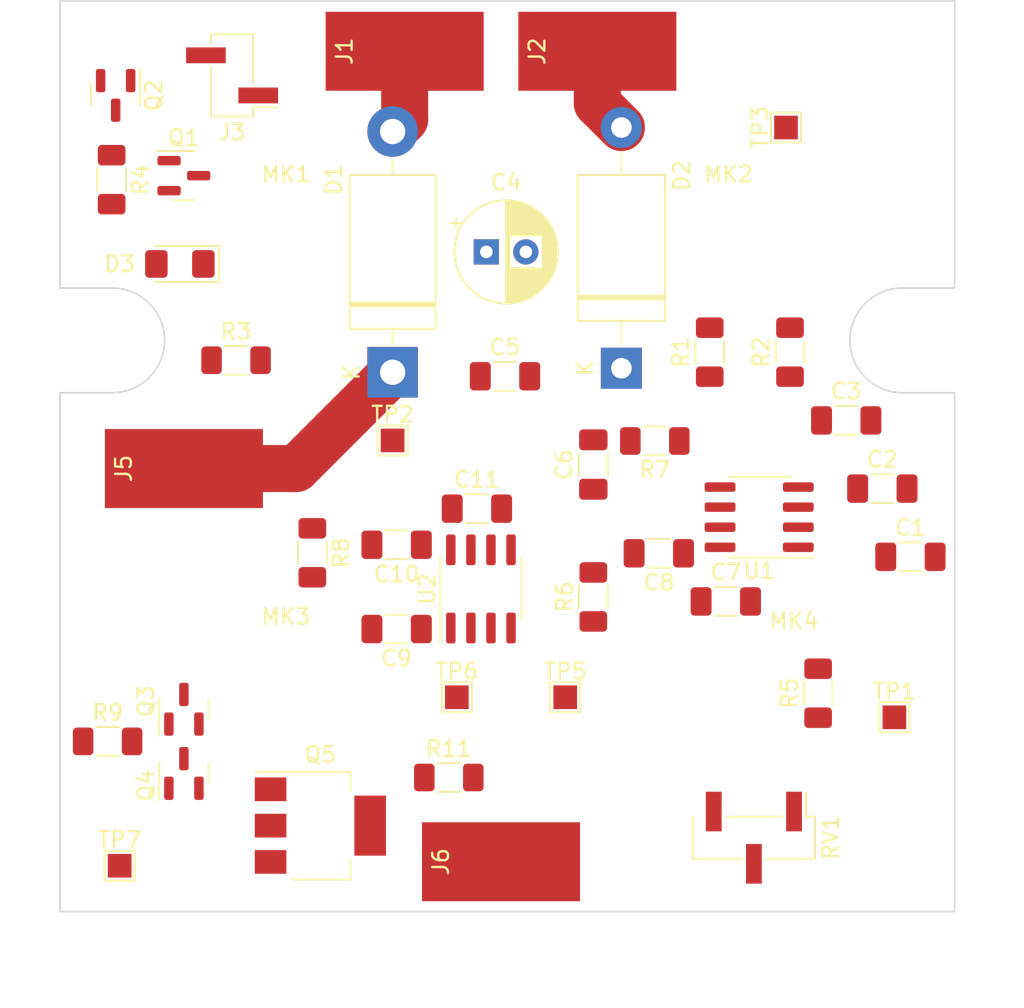
<source format=kicad_pcb>
(kicad_pcb (version 20211014) (generator pcbnew)
  (title_block (title "Enter Title On Page Setting Dialog") (rev "1") (company "Ashton Johnson"))
  (layers (0 "F.Cu" signal) (31 "B.Cu" signal) (35 "F.Paste" user) (37 "F.SilkS" user "F.Silkscreen") (39 "F.Mask" user) (44 "Edge.Cuts" user))
  (net 0 "")
  (net 1 "GND")
  (net 2 "VCC")
  (net 3 "Net-(Q3-Pad1)")
  (net 4 "Net-(R5-Pad1)")
  (net 5 "Net-(C6-Pad1)")
  (net 6 "Net-(Q1-Pad1)")
  (net 7 "Net-(Q1-Pad3)")
  (net 9 "Net-(D3-Pad1)")
  (net 10 "Net-(Q2-Pad3)")
  (net 11 "Net-(J6-Pad1)")
  (net 12 "/U_{cc}{slash}2")
  (net 13 "/U_{Triangle}")
  (net 14 "/U_{PWM}")
  (net 15 "/U_{In}")
  (net 16 "/U_{FET_driver}")
  (net 17 "/U_{ST}")
  (net 18 "/U_{Pot}")
  (footprint "MountingHole:MountingHole_3.2mm_M3_ISO7380" (layer "F.Cu") (at 87.695 96.647)
    (fp_text reference "MK1" (at 0 -3.85) (layer "F.SilkS"))
    (fp_text value "Mounting_Hole")
    (pad "" np_thru_hole circle locked (at 0 0) (size 3.2 3.2) (drill 3.2) (layers *.Cu *.Mask))
  )
  (footprint "MountingHole:MountingHole_3.2mm_M3_ISO7380" (layer "F.Cu") (at 115.695 96.647)
    (fp_text reference "MK2" (at 0 -3.85) (layer "F.SilkS"))
    (fp_text value "Mounting_Hole")
    (pad "" np_thru_hole circle locked (at 0 0) (size 3.2 3.2) (drill 3.2) (layers *.Cu *.Mask))
  )
  (footprint "MountingHole:MountingHole_3.2mm_M3_ISO7380" (layer "F.Cu") (at 87.695 124.647)
    (fp_text reference "MK3" (at 0 -3.85) (layer "F.SilkS"))
    (fp_text value "Mounting_Hole")
    (pad "" np_thru_hole circle locked (at 0 0) (size 3.2 3.2) (drill 3.2) (layers *.Cu *.Mask))
  )
  (footprint "MountingHole:MountingHole_3.2mm_M3_ISO7380" (layer "F.Cu") (at 115.695 124.647)
    (fp_text reference "MK4" (at 4.145 -3.565) (layer "F.SilkS"))
    (fp_text value "Mounting_Hole")
    (pad "" np_thru_hole circle locked (at 0 0) (size 3.2 3.2) (drill 3.2) (layers *.Cu *.Mask))
  )
  (footprint "TestPoint:TestPoint_Pad_1.5x1.5mm" (layer "F.Cu") (at 119.332 89.84 90)
    (fp_text reference "TP3" (at 0 -1.648 90) (layer "F.SilkS"))
    (fp_text value "TestPoint")
    (fp_line (start -0.95 0.95) (end -0.95 -0.95) (layer "F.SilkS") (width 0.12))
    (fp_line (start 0.95 0.95) (end -0.95 0.95) (layer "F.SilkS") (width 0.12))
    (fp_line (start -0.95 -0.95) (end 0.95 -0.95) (layer "F.SilkS") (width 0.12))
    (fp_line (start 0.95 -0.95) (end 0.95 0.95) (layer "F.SilkS") (width 0.12))
    (pad "1" smd rect (at 0 0 90) (size 1.5 1.5) (layers "F.Cu" "F.Mask") (net 1 "GND"))
  )
  (footprint "Resistor_SMD:R_1206_3216Metric_Pad1.30x1.75mm_HandSolder" (layer "F.Cu") (at 114.506 104.064 90)
    (fp_text reference "R1" (at 0 -1.82 90) (layer "F.SilkS"))
    (fp_text value "100k")
    (fp_line (start -0.727064 0.91) (end 0.727064 0.91) (layer "F.SilkS") (width 0.12))
    (fp_line (start -0.727064 -0.91) (end 0.727064 -0.91) (layer "F.SilkS") (width 0.12))
    (pad "1" smd roundrect (at -1.55 0 90) (size 1.3 1.75) (layers "F.Cu" "F.Paste" "F.Mask") (roundrect_rratio 0.192308) (net 2 "VCC"))
    (pad "2" smd roundrect (at 1.55 0 90) (size 1.3 1.75) (layers "F.Cu" "F.Paste" "F.Mask") (roundrect_rratio 0.192308) (net 12 "/U_{cc}{slash}2"))
  )
  (footprint "TestPoint:TestPoint_Pad_1.5x1.5mm" (layer "F.Cu") (at 98.504 125.908)
    (fp_text reference "TP6" (at 0 -1.648) (layer "F.SilkS"))
    (fp_text value "TestPoint")
    (fp_line (start -0.95 -0.95) (end 0.95 -0.95) (layer "F.SilkS") (width 0.12))
    (fp_line (start 0.95 0.95) (end -0.95 0.95) (layer "F.SilkS") (width 0.12))
    (fp_line (start -0.95 0.95) (end -0.95 -0.95) (layer "F.SilkS") (width 0.12))
    (fp_line (start 0.95 -0.95) (end 0.95 0.95) (layer "F.SilkS") (width 0.12))
    (pad "1" smd rect (at 0 0) (size 1.5 1.5) (layers "F.Cu" "F.Mask") (net 14 "/U_{PWM}"))
  )
  (footprint "Resistor_SMD:R_1206_3216Metric_Pad1.30x1.75mm_HandSolder" (layer "F.Cu") (at 97.996 130.988)
    (fp_text reference "R11" (at 0 -1.82) (layer "F.SilkS"))
    (fp_text value "10R")
    (fp_line (start -0.727064 -0.91) (end 0.727064 -0.91) (layer "F.SilkS") (width 0.12))
    (fp_line (start -0.727064 0.91) (end 0.727064 0.91) (layer "F.SilkS") (width 0.12))
    (pad "1" smd roundrect (at -1.55 0) (size 1.3 1.75) (layers "F.Cu" "F.Paste" "F.Mask") (roundrect_rratio 0.192308) (net 16 "/U_{FET_driver}"))
    (pad "2" smd roundrect (at 1.55 0) (size 1.3 1.75) (layers "F.Cu" "F.Paste" "F.Mask") (roundrect_rratio 0.192308) (net 1 "GND"))
  )
  (footprint "Capacitor_SMD:C_1206_3216Metric_Pad1.33x1.80mm_HandSolder" (layer "F.Cu") (at 107.14 111.176 90)
    (fp_text reference "C6" (at 0 -1.85 90) (layer "F.SilkS"))
    (fp_text value "1n")
    (fp_line (start -0.711252 -0.91) (end 0.711252 -0.91) (layer "F.SilkS") (width 0.12))
    (fp_line (start -0.711252 0.91) (end 0.711252 0.91) (layer "F.SilkS") (width 0.12))
    (pad "1" smd roundrect (at -1.5625 0 90) (size 1.325 1.8) (layers "F.Cu" "F.Paste" "F.Mask") (roundrect_rratio 0.188679) (net 5 "Net-(C6-Pad1)"))
    (pad "2" smd roundrect (at 1.5625 0 90) (size 1.325 1.8) (layers "F.Cu" "F.Paste" "F.Mask") (roundrect_rratio 0.188679) (net 13 "/U_{Triangle}"))
  )
  (footprint "TestPoint:TestPoint_Pad_1.5x1.5mm" (layer "F.Cu") (at 126.19 127.178)
    (fp_text reference "TP1" (at 0 -1.648) (layer "F.SilkS"))
    (fp_text value "TestPoint")
    (fp_line (start 0.95 -0.95) (end 0.95 0.95) (layer "F.SilkS") (width 0.12))
    (fp_line (start -0.95 -0.95) (end 0.95 -0.95) (layer "F.SilkS") (width 0.12))
    (fp_line (start 0.95 0.95) (end -0.95 0.95) (layer "F.SilkS") (width 0.12))
    (fp_line (start -0.95 0.95) (end -0.95 -0.95) (layer "F.SilkS") (width 0.12))
    (pad "1" smd rect (at 0 0) (size 1.5 1.5) (layers "F.Cu" "F.Mask") (net 4 "Net-(R5-Pad1)"))
  )
  (footprint "Package_TO_SOT_SMD:SOT-223-3_TabPin2" (layer "F.Cu") (at 89.868 134.036)
    (fp_text reference "Q5" (at 0 -4.5) (layer "F.SilkS"))
    (fp_text value "BUK7880-55A")
    (fp_line (start 1.91 3.41) (end 1.91 2.15) (layer "F.SilkS") (width 0.12))
    (fp_line (start 1.91 -3.41) (end 1.91 -2.15) (layer "F.SilkS") (width 0.12))
    (fp_line (start -1.85 3.41) (end 1.91 3.41) (layer "F.SilkS") (width 0.12))
    (fp_line (start -4.1 -3.41) (end 1.91 -3.41) (layer "F.SilkS") (width 0.12))
    (pad "1" smd rect (at -3.15 -2.3) (size 2 1.5) (layers "F.Cu" "F.Paste" "F.Mask") (net 16 "/U_{FET_driver}"))
    (pad "2" smd rect (at -3.15 0) (size 2 1.5) (layers "F.Cu" "F.Paste" "F.Mask") (net 11 "Net-(J6-Pad1)"))
    (pad "2" smd rect (at 3.15 0) (size 2 3.8) (layers "F.Cu" "F.Paste" "F.Mask") (net 11 "Net-(J6-Pad1)"))
    (pad "3" smd rect (at -3.15 2.3) (size 2 1.5) (layers "F.Cu" "F.Paste" "F.Mask") (net 1 "GND"))
  )
  (footprint "Capacitor_SMD:C_1206_3216Metric_Pad1.33x1.80mm_HandSolder" (layer "F.Cu") (at 99.774 113.97)
    (fp_text reference "C11" (at 0 -1.85) (layer "F.SilkS"))
    (fp_text value "10n")
    (fp_line (start -0.711252 0.91) (end 0.711252 0.91) (layer "F.SilkS") (width 0.12))
    (fp_line (start -0.711252 -0.91) (end 0.711252 -0.91) (layer "F.SilkS") (width 0.12))
    (pad "1" smd roundrect (at -1.5625 0) (size 1.325 1.8) (layers "F.Cu" "F.Paste" "F.Mask") (roundrect_rratio 0.188679) (net 2 "VCC"))
    (pad "2" smd roundrect (at 1.5625 0) (size 1.325 1.8) (layers "F.Cu" "F.Paste" "F.Mask") (roundrect_rratio 0.188679) (net 1 "GND"))
  )
  (footprint "Capacitor_SMD:C_1206_3216Metric_Pad1.33x1.80mm_HandSolder" (layer "F.Cu") (at 123.142 108.382)
    (fp_text reference "C3" (at 0 -1.85) (layer "F.SilkS"))
    (fp_text value "10n")
    (fp_line (start -0.711252 0.91) (end 0.711252 0.91) (layer "F.SilkS") (width 0.12))
    (fp_line (start -0.711252 -0.91) (end 0.711252 -0.91) (layer "F.SilkS") (width 0.12))
    (pad "1" smd roundrect (at -1.5625 0) (size 1.325 1.8) (layers "F.Cu" "F.Paste" "F.Mask") (roundrect_rratio 0.188679) (net 12 "/U_{cc}{slash}2"))
    (pad "2" smd roundrect (at 1.5625 0) (size 1.325 1.8) (layers "F.Cu" "F.Paste" "F.Mask") (roundrect_rratio 0.188679) (net 1 "GND"))
  )
  (footprint "Resistor_SMD:R_1206_3216Metric_Pad1.30x1.75mm_HandSolder" (layer "F.Cu") (at 119.586 104.064 90)
    (fp_text reference "R2" (at 0 -1.82 90) (layer "F.SilkS"))
    (fp_text value "100k")
    (fp_line (start -0.727064 -0.91) (end 0.727064 -0.91) (layer "F.SilkS") (width 0.12))
    (fp_line (start -0.727064 0.91) (end 0.727064 0.91) (layer "F.SilkS") (width 0.12))
    (pad "1" smd roundrect (at -1.55 0 90) (size 1.3 1.75) (layers "F.Cu" "F.Paste" "F.Mask") (roundrect_rratio 0.192308) (net 12 "/U_{cc}{slash}2"))
    (pad "2" smd roundrect (at 1.55 0 90) (size 1.3 1.75) (layers "F.Cu" "F.Paste" "F.Mask") (roundrect_rratio 0.192308) (net 1 "GND"))
  )
  (footprint "Package_TO_SOT_SMD:SOT-23" (layer "F.Cu") (at 81.232 126.67 90)
    (fp_text reference "Q3" (at 0.508 -2.4 90) (layer "F.SilkS"))
    (fp_text value "BC817")
    (fp_line (start 0 1.56) (end 0.65 1.56) (layer "F.SilkS") (width 0.12))
    (fp_line (start 0 1.56) (end -0.65 1.56) (layer "F.SilkS") (width 0.12))
    (fp_line (start 0 -1.56) (end -1.675 -1.56) (layer "F.SilkS") (width 0.12))
    (fp_line (start 0 -1.56) (end 0.65 -1.56) (layer "F.SilkS") (width 0.12))
    (pad "1" smd roundrect (at -0.9375 -0.95 90) (size 1.475 0.6) (layers "F.Cu" "F.Paste" "F.Mask") (net 3 "Net-(Q3-Pad1)"))
    (pad "2" smd roundrect (at -0.9375 0.95 90) (size 1.475 0.6) (layers "F.Cu" "F.Paste" "F.Mask") (net 16 "/U_{FET_driver}"))
    (pad "3" smd roundrect (at 0.9375 0 90) (size 1.475 0.6) (layers "F.Cu" "F.Paste" "F.Mask") (net 2 "VCC"))
  )
  (footprint "Resistor_SMD:R_1206_3216Metric_Pad1.30x1.75mm_HandSolder" (layer "F.Cu") (at 121.364 125.654 90)
    (fp_text reference "R5" (at 0 -1.82 90) (layer "F.SilkS"))
    (fp_text value "100k")
    (fp_line (start -0.727064 -0.91) (end 0.727064 -0.91) (layer "F.SilkS") (width 0.12))
    (fp_line (start -0.727064 0.91) (end 0.727064 0.91) (layer "F.SilkS") (width 0.12))
    (pad "1" smd roundrect (at -1.55 0 90) (size 1.3 1.75) (layers "F.Cu" "F.Paste" "F.Mask") (roundrect_rratio 0.192308) (net 4 "Net-(R5-Pad1)"))
    (pad "2" smd roundrect (at 1.55 0 90) (size 1.3 1.75) (layers "F.Cu" "F.Paste" "F.Mask") (roundrect_rratio 0.192308) (net 17 "/U_{ST}"))
  )
  (footprint "Resistor_SMD:R_1206_3216Metric_Pad1.30x1.75mm_HandSolder" (layer "F.Cu") (at 84.534 104.572)
    (fp_text reference "R3" (at 0 -1.82) (layer "F.SilkS"))
    (fp_text value "4k7")
    (fp_line (start -0.727064 0.91) (end 0.727064 0.91) (layer "F.SilkS") (width 0.12))
    (fp_line (start -0.727064 -0.91) (end 0.727064 -0.91) (layer "F.SilkS") (width 0.12))
    (pad "1" smd roundrect (at -1.55 0) (size 1.3 1.75) (layers "F.Cu" "F.Paste" "F.Mask") (roundrect_rratio 0.192308) (net 2 "VCC"))
    (pad "2" smd roundrect (at 1.55 0) (size 1.3 1.75) (layers "F.Cu" "F.Paste" "F.Mask") (roundrect_rratio 0.192308) (net 7 "Net-(Q1-Pad3)"))
  )
  (footprint "Connector_Wire:SolderWirePad_1x01_SMD_5x10mm" (layer "F.Cu") (at 81.232 111.43 90)
    (fp_text reference "J5" (at 0 -3.81 90) (layer "F.SilkS"))
    (fp_text value "SolderPad")
    (pad "1" smd rect (at 0 0 90) (size 5 10) (layers "F.Cu" "F.Paste" "F.Mask") (net 2 "VCC"))
  )
  (footprint "Connector_Wire:SolderWirePad_1x01_SMD_5x10mm" (layer "F.Cu") (at 107.394 85.014 90)
    (fp_text reference "J2" (at 0 -3.81 90) (layer "F.SilkS"))
    (fp_text value "SolderPad")
    (pad "1" smd rect (at 0 0 90) (size 5 10) (layers "F.Cu" "F.Paste" "F.Mask") (net 1 "GND"))
  )
  (footprint "TestPoint:TestPoint_Pad_1.5x1.5mm" (layer "F.Cu") (at 94.44 109.652)
    (fp_text reference "TP2" (at 0 -1.648) (layer "F.SilkS"))
    (fp_text value "TestPoint")
    (fp_line (start -0.95 0.95) (end -0.95 -0.95) (layer "F.SilkS") (width 0.12))
    (fp_line (start 0.95 -0.95) (end 0.95 0.95) (layer "F.SilkS") (width 0.12))
    (fp_line (start -0.95 -0.95) (end 0.95 -0.95) (layer "F.SilkS") (width 0.12))
    (fp_line (start 0.95 0.95) (end -0.95 0.95) (layer "F.SilkS") (width 0.12))
    (pad "1" smd rect (at 0 0) (size 1.5 1.5) (layers "F.Cu" "F.Mask") (net 2 "VCC"))
  )
  (footprint "Connector_Wire:SolderWirePad_1x01_SMD_5x10mm" (layer "F.Cu") (at 95.202 85.014 90)
    (fp_text reference "J1" (at 0 -3.81 90) (layer "F.SilkS"))
    (fp_text value "SolderPad")
    (pad "1" smd rect (at 0 0 90) (size 5 10) (layers "F.Cu" "F.Paste" "F.Mask") (net 15 "/U_{In}"))
  )
  (footprint "Capacitor_SMD:C_1206_3216Metric_Pad1.33x1.80mm_HandSolder" (layer "F.Cu") (at 94.694 116.256 180)
    (fp_text reference "C10" (at 0 -1.85) (layer "F.SilkS"))
    (fp_text value "1u")
    (fp_line (start -0.711252 -0.91) (end 0.711252 -0.91) (layer "F.SilkS") (width 0.12))
    (fp_line (start -0.711252 0.91) (end 0.711252 0.91) (layer "F.SilkS") (width 0.12))
    (pad "1" smd roundrect (at -1.5625 0 180) (size 1.325 1.8) (layers "F.Cu" "F.Paste" "F.Mask") (roundrect_rratio 0.188679) (net 2 "VCC"))
    (pad "2" smd roundrect (at 1.5625 0 180) (size 1.325 1.8) (layers "F.Cu" "F.Paste" "F.Mask") (roundrect_rratio 0.188679) (net 1 "GND"))
  )
  (footprint "Capacitor_SMD:C_1206_3216Metric_Pad1.33x1.80mm_HandSolder" (layer "F.Cu") (at 125.428 112.7)
    (fp_text reference "C2" (at 0 -1.85) (layer "F.SilkS"))
    (fp_text value "1u")
    (fp_line (start -0.711252 0.91) (end 0.711252 0.91) (layer "F.SilkS") (width 0.12))
    (fp_line (start -0.711252 -0.91) (end 0.711252 -0.91) (layer "F.SilkS") (width 0.12))
    (pad "1" smd roundrect (at -1.5625 0) (size 1.325 1.8) (layers "F.Cu" "F.Paste" "F.Mask") (roundrect_rratio 0.188679) (net 12 "/U_{cc}{slash}2"))
    (pad "2" smd roundrect (at 1.5625 0) (size 1.325 1.8) (layers "F.Cu" "F.Paste" "F.Mask") (roundrect_rratio 0.188679) (net 1 "GND"))
  )
  (footprint "Capacitor_SMD:C_1206_3216Metric_Pad1.33x1.80mm_HandSolder" (layer "F.Cu") (at 127.206 117.018)
    (fp_text reference "C1" (at 0 -1.85) (layer "F.SilkS"))
    (fp_text value "10u")
    (fp_line (start -0.711252 -0.91) (end 0.711252 -0.91) (layer "F.SilkS") (width 0.12))
    (fp_line (start -0.711252 0.91) (end 0.711252 0.91) (layer "F.SilkS") (width 0.12))
    (pad "1" smd roundrect (at -1.5625 0) (size 1.325 1.8) (layers "F.Cu" "F.Paste" "F.Mask") (roundrect_rratio 0.188679) (net 12 "/U_{cc}{slash}2"))
    (pad "2" smd roundrect (at 1.5625 0) (size 1.325 1.8) (layers "F.Cu" "F.Paste" "F.Mask") (roundrect_rratio 0.188679) (net 1 "GND"))
  )
  (footprint "Capacitor_SMD:C_1206_3216Metric_Pad1.33x1.80mm_HandSolder" (layer "F.Cu") (at 111.285 116.795 180)
    (fp_text reference "C8" (at 0 -1.85) (layer "F.SilkS"))
    (fp_text value "10n")
    (fp_line (start -0.711252 0.91) (end 0.711252 0.91) (layer "F.SilkS") (width 0.12))
    (fp_line (start -0.711252 -0.91) (end 0.711252 -0.91) (layer "F.SilkS") (width 0.12))
    (pad "1" smd roundrect (at -1.5625 0 180) (size 1.325 1.8) (layers "F.Cu" "F.Paste" "F.Mask") (roundrect_rratio 0.188679) (net 2 "VCC"))
    (pad "2" smd roundrect (at 1.5625 0 180) (size 1.325 1.8) (layers "F.Cu" "F.Paste" "F.Mask") (roundrect_rratio 0.188679) (net 1 "GND"))
  )
  (footprint "Resistor_SMD:R_1206_3216Metric_Pad1.30x1.75mm_HandSolder" (layer "F.Cu") (at 111.031 109.683 180)
    (fp_text reference "R7" (at 0 -1.82) (layer "F.SilkS"))
    (fp_text value "68k")
    (fp_line (start -0.727064 -0.91) (end 0.727064 -0.91) (layer "F.SilkS") (width 0.12))
    (fp_line (start -0.727064 0.91) (end 0.727064 0.91) (layer "F.SilkS") (width 0.12))
    (pad "1" smd roundrect (at -1.55 0 180) (size 1.3 1.75) (layers "F.Cu" "F.Paste" "F.Mask") (roundrect_rratio 0.192308) (net 4 "Net-(R5-Pad1)"))
    (pad "2" smd roundrect (at 1.55 0 180) (size 1.3 1.75) (layers "F.Cu" "F.Paste" "F.Mask") (roundrect_rratio 0.192308) (net 13 "/U_{Triangle}"))
  )
  (footprint "Connector_PinHeader_2.54mm:PinHeader_1x02_P2.54mm_Vertical_SMD_Pin1Left" (layer "F.Cu") (at 84.28 86.538 180)
    (fp_text reference "J3" (at 0 -3.6) (layer "F.SilkS"))
    (fp_text value "Conn_01x02_Male")
    (fp_line (start -1.33 -2.6) (end 1.33 -2.6) (layer "F.SilkS") (width 0.12))
    (fp_line (start -1.33 -2.03) (end -2.85 -2.03) (layer "F.SilkS") (width 0.12))
    (fp_line (start -1.33 -2.6) (end -1.33 -2.03) (layer "F.SilkS") (width 0.12))
    (fp_line (start -1.33 2.6) (end 1.33 2.6) (layer "F.SilkS") (width 0.12))
    (fp_line (start 1.33 2.03) (end 1.33 2.6) (layer "F.SilkS") (width 0.12))
    (fp_line (start -1.33 -0.51) (end -1.33 2.6) (layer "F.SilkS") (width 0.12))
    (fp_line (start 1.33 -2.6) (end 1.33 0.51) (layer "F.SilkS") (width 0.12))
    (pad "1" smd rect (at -1.655 -1.27 180) (size 2.51 1) (layers "F.Cu" "F.Paste" "F.Mask") (net 9 "Net-(D3-Pad1)"))
    (pad "2" smd rect (at 1.655 1.27 180) (size 2.51 1) (layers "F.Cu" "F.Paste" "F.Mask") (net 10 "Net-(Q2-Pad3)"))
  )
  (footprint "Package_SO:SOIC-8_3.9x4.9mm_P1.27mm" (layer "F.Cu") (at 100.028 119.05 90)
    (fp_text reference "U2" (at 0 -3.4 90) (layer "F.SilkS"))
    (fp_text value "LM393")
    (fp_line (start 0 -2.56) (end -3.45 -2.56) (layer "F.SilkS") (width 0.12))
    (fp_line (start 0 -2.56) (end 1.95 -2.56) (layer "F.SilkS") (width 0.12))
    (fp_line (start 0 2.56) (end -1.95 2.56) (layer "F.SilkS") (width 0.12))
    (fp_line (start 0 2.56) (end 1.95 2.56) (layer "F.SilkS") (width 0.12))
    (pad "1" smd roundrect (at -2.475 -1.905 90) (size 1.95 0.6) (layers "F.Cu" "F.Paste" "F.Mask") (net 14 "/U_{PWM}"))
    (pad "2" smd roundrect (at -2.475 -0.635 90) (size 1.95 0.6) (layers "F.Cu" "F.Paste" "F.Mask") (net 18 "/U_{Pot}"))
    (pad "3" smd roundrect (at -2.475 0.635 90) (size 1.95 0.6) (layers "F.Cu" "F.Paste" "F.Mask") (net 13 "/U_{Triangle}"))
    (pad "4" smd roundrect (at -2.475 1.905 90) (size 1.95 0.6) (layers "F.Cu" "F.Paste" "F.Mask") (net 1 "GND"))
    (pad "5" smd roundrect (at 2.475 1.905 90) (size 1.95 0.6) (layers "F.Cu" "F.Paste" "F.Mask") (net 1 "GND"))
    (pad "6" smd roundrect (at 2.475 0.635 90) (size 1.95 0.6) (layers "F.Cu" "F.Paste" "F.Mask") (net 1 "GND"))
    (pad "7" smd roundrect (at 2.475 -0.635 90) (size 1.95 0.6) (layers "F.Cu" "F.Paste" "F.Mask"))
    (pad "8" smd roundrect (at 2.475 -1.905 90) (size 1.95 0.6) (layers "F.Cu" "F.Paste" "F.Mask") (net 2 "VCC"))
  )
  (footprint "Connector_PinHeader_2.54mm:PinHeader_1x03_P2.54mm_Vertical_SMD_Pin1Left" (layer "F.Cu") (at 117.3 134.798 -90)
    (fp_text reference "RV1" (at 0 -4.87 90) (layer "F.SilkS"))
    (fp_text value "100k")
    (fp_line (start 1.33 0.76) (end 1.33 3.87) (layer "F.SilkS") (width 0.12))
    (fp_line (start -1.33 -3.3) (end -2.85 -3.3) (layer "F.SilkS") (width 0.12))
    (fp_line (start -1.33 -3.87) (end -1.33 -3.3) (layer "F.SilkS") (width 0.12))
    (fp_line (start -1.33 3.87) (end 1.33 3.87) (layer "F.SilkS") (width 0.12))
    (fp_line (start 1.33 -3.87) (end 1.33 -0.76) (layer "F.SilkS") (width 0.12))
    (fp_line (start 1.33 3.3) (end 1.33 3.87) (layer "F.SilkS") (width 0.12))
    (fp_line (start -1.33 -1.78) (end -1.33 1.78) (layer "F.SilkS") (width 0.12))
    (fp_line (start -1.33 -3.87) (end 1.33 -3.87) (layer "F.SilkS") (width 0.12))
    (pad "1" smd rect (at -1.655 -2.54 270) (size 2.51 1) (layers "F.Cu" "F.Paste" "F.Mask") (net 2 "VCC"))
    (pad "2" smd rect (at 1.655 0 270) (size 2.51 1) (layers "F.Cu" "F.Paste" "F.Mask") (net 18 "/U_{Pot}"))
    (pad "3" smd rect (at -1.655 2.54 270) (size 2.51 1) (layers "F.Cu" "F.Paste" "F.Mask") (net 1 "GND"))
  )
  (footprint "Capacitor_THT:CP_Radial_D6.3mm_P2.50mm" (layer "F.Cu") (at 100.369621 97.714)
    (fp_text reference "C4" (at 1.25 -4.4) (layer "F.SilkS"))
    (fp_text value "150u")
    (fp_line (start 2.171 -3.098) (end 2.171 -1.04) (layer "F.SilkS") (width 0.12))
    (fp_line (start 3.971 -1.776) (end 3.971 1.776) (layer "F.SilkS") (width 0.12))
    (fp_line (start 1.89 1.04) (end 1.89 3.167) (layer "F.SilkS") (width 0.12))
    (fp_line (start 2.491 1.04) (end 2.491 2.986) (layer "F.SilkS") (width 0.12))
    (fp_line (start 1.93 1.04) (end 1.93 3.159) (layer "F.SilkS") (width 0.12))
    (fp_line (start 3.491 1.04) (end 3.491 2.343) (layer "F.SilkS") (width 0.12))
    (fp_line (start 2.771 1.04) (end 2.771 2.856) (layer "F.SilkS") (width 0.12))
    (fp_line (start 2.251 -3.074) (end 2.251 -1.04) (layer "F.SilkS") (width 0.12))
    (fp_line (start 2.931 -2.766) (end 2.931 -1.04) (layer "F.SilkS") (width 0.12))
    (fp_line (start 3.811 -1.995) (end 3.811 1.995) (layer "F.SilkS") (width 0.12))
    (fp_line (start 4.091 -1.581) (end 4.091 1.581) (layer "F.SilkS") (width 0.12))
    (fp_line (start 2.131 1.04) (end 2.131 3.11) (layer "F.SilkS") (width 0.12))
    (fp_line (start 2.371 1.04) (end 2.371 3.033) (layer "F.SilkS") (width 0.12))
    (fp_line (start 3.051 -2.69) (end 3.051 -1.04) (layer "F.SilkS") (width 0.12))
    (fp_line (start 1.81 -3.182) (end 1.81 -1.04) (layer "F.SilkS") (width 0.12))
    (fp_line (start 1.25 -3.23) (end 1.25 3.23) (layer "F.SilkS") (width 0.12))
    (fp_line (start 1.45 -3.224) (end 1.45 3.224) (layer "F.SilkS") (width 0.12))
    (fp_line (start 3.011 -2.716) (end 3.011 -1.04) (layer "F.SilkS") (width 0.12))
    (fp_line (start 4.131 -1.509) (end 4.131 1.509) (layer "F.SilkS") (width 0.12))
    (fp_line (start 3.411 1.04) (end 3.411 2.416) (layer "F.SilkS") (width 0.12))
    (fp_line (start 2.091 -3.121) (end 2.091 -1.04) (layer "F.SilkS") (width 0.12))
    (fp_line (start 2.731 -2.876) (end 2.731 -1.04) (layer "F.SilkS") (width 0.12))
    (fp_line (start 2.211 -3.086) (end 2.211 -1.04) (layer "F.SilkS") (width 0.12))
    (fp_line (start 2.811 -2.834) (end 2.811 -1.04) (layer "F.SilkS") (width 0.12))
    (fp_line (start 3.651 -2.182) (end 3.651 2.182) (layer "F.SilkS") (width 0.12))
    (fp_line (start 2.611 -2.934) (end 2.611 -1.04) (layer "F.SilkS") (width 0.12))
    (fp_line (start 2.691 1.04) (end 2.691 2.896) (layer "F.SilkS") (width 0.12))
    (fp_line (start 3.691 -2.137) (end 3.691 2.137) (layer "F.SilkS") (width 0.12))
    (fp_line (start 2.251 1.04) (end 2.251 3.074) (layer "F.SilkS") (width 0.12))
    (fp_line (start 2.371 -3.033) (end 2.371 -1.04) (layer "F.SilkS") (width 0.12))
    (fp_line (start 3.531 1.04) (end 3.531 2.305) (layer "F.SilkS") (width 0.12))
    (fp_line (start 2.051 1.04) (end 2.051 3.131) (layer "F.SilkS") (width 0.12))
    (fp_line (start 1.29 -3.23) (end 1.29 3.23) (layer "F.SilkS") (width 0.12))
    (fp_line (start 4.011 -1.714) (end 4.011 1.714) (layer "F.SilkS") (width 0.12))
    (fp_line (start 3.451 1.04) (end 3.451 2.38) (layer "F.SilkS") (width 0.12))
    (fp_line (start 1.57 1.04) (end 1.57 3.215) (layer "F.SilkS") (width 0.12))
    (fp_line (start 1.65 1.04) (end 1.65 3.206) (layer "F.SilkS") (width 0.12))
    (fp_line (start 2.451 -3.002) (end 2.451 -1.04) (layer "F.SilkS") (width 0.12))
    (fp_line (start 3.331 1.04) (end 3.331 2.484) (layer "F.SilkS") (width 0.12))
    (fp_line (start 3.371 -2.45) (end 3.371 -1.04) (layer "F.SilkS") (width 0.12))
    (fp_line (start 1.49 -3.222) (end 1.49 -1.04) (layer "F.SilkS") (width 0.12))
    (fp_line (start 1.77 1.04) (end 1.77 3.189) (layer "F.SilkS") (width 0.12))
    (fp_line (start 2.291 1.04) (end 2.291 3.061) (layer "F.SilkS") (width 0.12))
    (fp_line (start 3.291 1.04) (end 3.291 2.516) (layer "F.SilkS") (width 0.12))
    (fp_line (start 2.451 1.04) (end 2.451 3.002) (layer "F.SilkS") (width 0.12))
    (fp_line (start 2.611 1.04) (end 2.611 2.934) (layer "F.SilkS") (width 0.12))
    (fp_line (start 2.051 -3.131) (end 2.051 -1.04) (layer "F.SilkS") (width 0.12))
    (fp_line (start 1.49 1.04) (end 1.49 3.222) (layer "F.SilkS") (width 0.12))
    (fp_line (start 3.891 -1.89) (end 3.891 1.89) (layer "F.SilkS") (width 0.12))
    (fp_line (start 1.69 1.04) (end 1.69 3.201) (layer "F.SilkS") (width 0.12))
    (fp_line (start 3.451 -2.38) (end 3.451 -1.04) (layer "F.SilkS") (width 0.12))
    (fp_line (start 2.971 -2.742) (end 2.971 -1.04) (layer "F.SilkS") (width 0.12))
    (fp_line (start 3.371 1.04) (end 3.371 2.45) (layer "F.SilkS") (width 0.12))
    (fp_line (start 3.731 -2.092) (end 3.731 2.092) (layer "F.SilkS") (width 0.12))
    (fp_line (start 1.85 1.04) (end 1.85 3.175) (layer "F.SilkS") (width 0.12))
    (fp_line (start 3.091 1.04) (end 3.091 2.664) (layer "F.SilkS") (width 0.12))
    (fp_line (start 2.331 1.04) (end 2.331 3.047) (layer "F.SilkS") (width 0.12))
    (fp_line (start 2.491 -2.986) (end 2.491 -1.04) (layer "F.SilkS") (width 0.12))
    (fp_line (start 4.451 -0.633) (end 4.451 0.633) (layer "F.SilkS") (width 0.12))
    (fp_line (start 2.411 -3.018) (end 2.411 -1.04) (layer "F.SilkS") (width 0.12))
    (fp_line (start 1.61 -3.211) (end 1.61 -1.04) (layer "F.SilkS") (width 0.12))
    (fp_line (start 4.251 -1.262) (end 4.251 1.262) (layer "F.SilkS") (width 0.12))
    (fp_line (start 3.411 -2.416) (end 3.411 -1.04) (layer "F.SilkS") (width 0.12))
    (fp_line (start 2.091 1.04) (end 2.091 3.121) (layer "F.SilkS") (width 0.12))
    (fp_line (start 2.131 -3.11) (end 2.131 -1.04) (layer "F.SilkS") (width 0.12))
    (fp_line (start 3.531 -2.305) (end 3.531 -1.04) (layer "F.SilkS") (width 0.12))
    (fp_line (start 3.851 -1.944) (end 3.851 1.944) (layer "F.SilkS") (width 0.12))
    (fp_line (start 4.371 -0.94) (end 4.371 0.94) (layer "F.SilkS") (width 0.12))
    (fp_line (start 3.251 1.04) (end 3.251 2.548) (layer "F.SilkS") (width 0.12))
    (fp_line (start 1.89 -3.167) (end 1.89 -1.04) (layer "F.SilkS") (width 0.12))
    (fp_line (start 4.051 -1.65) (end 4.051 1.65) (layer "F.SilkS") (width 0.12))
    (fp_line (start 2.011 -3.141) (end 2.011 -1.04) (layer "F.SilkS") (width 0.12))
    (fp_line (start 2.771 -2.856) (end 2.771 -1.04) (layer "F.SilkS") (width 0.12))
    (fp_line (start 1.69 -3.201) (end 1.69 -1.04) (layer "F.SilkS") (width 0.12))
    (fp_line (start 3.131 1.04) (end 3.131 2.636) (layer "F.SilkS") (width 0.12))
    (fp_line (start 3.091 -2.664) (end 3.091 -1.04) (layer "F.SilkS") (width 0.12))
    (fp_line (start 1.53 -3.218) (end 1.53 -1.04) (layer "F.SilkS") (width 0.12))
    (fp_line (start 2.171 1.04) (end 2.171 3.098) (layer "F.SilkS") (width 0.12))
    (fp_line (start 3.131 -2.636) (end 3.131 -1.04) (layer "F.SilkS") (width 0.12))
    (fp_line (start 1.81 1.04) (end 1.81 3.182) (layer "F.SilkS") (width 0.12))
    (fp_line (start 2.531 1.04) (end 2.531 2.97) (layer "F.SilkS") (width 0.12))
    (fp_line (start 4.411 -0.802) (end 4.411 0.802) (layer "F.SilkS") (width 0.12))
    (fp_line (start 2.891 1.04) (end 2.891 2.79) (layer "F.SilkS") (width 0.12))
    (fp_line (start 1.53 1.04) (end 1.53 3.218) (layer "F.SilkS") (width 0.12))
    (fp_line (start 2.891 -2.79) (end 2.891 -1.04) (layer "F.SilkS") (width 0.12))
    (fp_line (start 2.651 1.04) (end 2.651 2.916) (layer "F.SilkS") (width 0.12))
    (fp_line (start 2.971 1.04) (end 2.971 2.742) (layer "F.SilkS") (width 0.12))
    (fp_line (start 2.211 1.04) (end 2.211 3.086) (layer "F.SilkS") (width 0.12))
    (fp_line (start 3.211 1.04) (end 3.211 2.578) (layer "F.SilkS") (width 0.12))
    (fp_line (start 1.93 -3.159) (end 1.93 -1.04) (layer "F.SilkS") (width 0.12))
    (fp_line (start 4.491 -0.402) (end 4.491 0.402) (layer "F.SilkS") (width 0.12))
    (fp_line (start 1.73 -3.195) (end 1.73 -1.04) (layer "F.SilkS") (width 0.12))
    (fp_line (start 3.491 -2.343) (end 3.491 -1.04) (layer "F.SilkS") (width 0.12))
    (fp_line (start 3.211 -2.578) (end 3.211 -1.04) (layer "F.SilkS") (width 0.12))
    (fp_line (start 2.731 1.04) (end 2.731 2.876) (layer "F.SilkS") (width 0.12))
    (fp_line (start 2.011 1.04) (end 2.011 3.141) (layer "F.SilkS") (width 0.12))
    (fp_line (start 1.971 1.04) (end 1.971 3.15) (layer "F.SilkS") (width 0.12))
    (fp_line (start 2.931 1.04) (end 2.931 2.766) (layer "F.SilkS") (width 0.12))
    (fp_line (start 2.411 1.04) (end 2.411 3.018) (layer "F.SilkS") (width 0.12))
    (fp_line (start -2.250241 -1.839) (end -1.620241 -1.839) (layer "F.SilkS") (width 0.12))
    (fp_line (start 1.65 -3.206) (end 1.65 -1.04) (layer "F.SilkS") (width 0.12))
    (fp_line (start 1.57 -3.215) (end 1.57 -1.04) (layer "F.SilkS") (width 0.12))
    (fp_line (start 1.37 -3.228) (end 1.37 3.228) (layer "F.SilkS") (width 0.12))
    (fp_line (start 3.611 -2.224) (end 3.611 2.224) (layer "F.SilkS") (width 0.12))
    (fp_line (start 1.41 -3.227) (end 1.41 3.227) (layer "F.SilkS") (width 0.12))
    (fp_line (start 3.251 -2.548) (end 3.251 -1.04) (layer "F.SilkS") (width 0.12))
    (fp_line (start 1.33 -3.23) (end 1.33 3.23) (layer "F.SilkS") (width 0.12))
    (fp_line (start 3.171 -2.607) (end 3.171 -1.04) (layer "F.SilkS") (width 0.12))
    (fp_line (start 3.011 1.04) (end 3.011 2.716) (layer "F.SilkS") (width 0.12))
    (fp_line (start 3.331 -2.484) (end 3.331 -1.04) (layer "F.SilkS") (width 0.12))
    (fp_line (start 3.051 1.04) (end 3.051 2.69) (layer "F.SilkS") (width 0.12))
    (fp_line (start 3.291 -2.516) (end 3.291 -1.04) (layer "F.SilkS") (width 0.12))
    (fp_line (start 2.291 -3.061) (end 2.291 -1.04) (layer "F.SilkS") (width 0.12))
    (fp_line (start 4.211 -1.35) (end 4.211 1.35) (layer "F.SilkS") (width 0.12))
    (fp_line (start 2.851 -2.812) (end 2.851 -1.04) (layer "F.SilkS") (width 0.12))
    (fp_line (start 1.971 -3.15) (end 1.971 -1.04) (layer "F.SilkS") (width 0.12))
    (fp_line (start 1.77 -3.189) (end 1.77 -1.04) (layer "F.SilkS") (width 0.12))
    (fp_line (start 2.851 1.04) (end 2.851 2.812) (layer "F.SilkS") (width 0.12))
    (fp_line (start -1.935241 -2.154) (end -1.935241 -1.524) (layer "F.SilkS") (width 0.12))
    (fp_line (start 1.61 1.04) (end 1.61 3.211) (layer "F.SilkS") (width 0.12))
    (fp_line (start 1.85 -3.175) (end 1.85 -1.04) (layer "F.SilkS") (width 0.12))
    (fp_line (start 2.691 -2.896) (end 2.691 -1.04) (layer "F.SilkS") (width 0.12))
    (fp_line (start 2.571 1.04) (end 2.571 2.952) (layer "F.SilkS") (width 0.12))
    (fp_line (start 2.531 -2.97) (end 2.531 -1.04) (layer "F.SilkS") (width 0.12))
    (fp_line (start 1.73 1.04) (end 1.73 3.195) (layer "F.SilkS") (width 0.12))
    (fp_line (start 4.331 -1.059) (end 4.331 1.059) (layer "F.SilkS") (width 0.12))
    (fp_line (start 3.771 -2.044) (end 3.771 2.044) (layer "F.SilkS") (width 0.12))
    (fp_line (start 2.571 -2.952) (end 2.571 -1.04) (layer "F.SilkS") (width 0.12))
    (fp_line (start 3.931 -1.834) (end 3.931 1.834) (layer "F.SilkS") (width 0.12))
    (fp_line (start 4.171 -1.432) (end 4.171 1.432) (layer "F.SilkS") (width 0.12))
    (fp_line (start 2.331 -3.047) (end 2.331 -1.04) (layer "F.SilkS") (width 0.12))
    (fp_line (start 4.291 -1.165) (end 4.291 1.165) (layer "F.SilkS") (width 0.12))
    (fp_line (start 2.651 -2.916) (end 2.651 -1.04) (layer "F.SilkS") (width 0.12))
    (fp_line (start 2.811 1.04) (end 2.811 2.834) (layer "F.SilkS") (width 0.12))
    (fp_line (start 3.571 -2.265) (end 3.571 2.265) (layer "F.SilkS") (width 0.12))
    (fp_line (start 3.171 1.04) (end 3.171 2.607) (layer "F.SilkS") (width 0.12))
    (fp_circle (center 1.25 0) (end 4.52 0) (layer "F.SilkS") (width 0.12) (fill none))
    (pad "1" thru_hole rect (at 0 0) (size 1.6 1.6) (drill 0.8) (layers *.Cu *.Mask) (net 2 "VCC"))
    (pad "2" thru_hole circle (at 2.5 0) (size 1.6 1.6) (drill 0.8) (layers *.Cu *.Mask) (net 1 "GND"))
  )
  (footprint "Package_TO_SOT_SMD:SOT-23" (layer "F.Cu") (at 81.232 130.734 90)
    (fp_text reference "Q4" (at -0.762 -2.4 90) (layer "F.SilkS"))
    (fp_text value "BC807")
    (fp_line (start 0 -1.56) (end -1.675 -1.56) (layer "F.SilkS") (width 0.12))
    (fp_line (start 0 -1.56) (end 0.65 -1.56) (layer "F.SilkS") (width 0.12))
    (fp_line (start 0 1.56) (end 0.65 1.56) (layer "F.SilkS") (width 0.12))
    (fp_line (start 0 1.56) (end -0.65 1.56) (layer "F.SilkS") (width 0.12))
    (pad "1" smd roundrect (at -0.9375 -0.95 90) (size 1.475 0.6) (layers "F.Cu" "F.Paste" "F.Mask") (net 3 "Net-(Q3-Pad1)"))
    (pad "2" smd roundrect (at -0.9375 0.95 90) (size 1.475 0.6) (layers "F.Cu" "F.Paste" "F.Mask") (net 16 "/U_{FET_driver}"))
    (pad "3" smd roundrect (at 0.9375 0 90) (size 1.475 0.6) (layers "F.Cu" "F.Paste" "F.Mask") (net 1 "GND"))
  )
  (footprint "Resistor_SMD:R_1206_3216Metric_Pad1.30x1.75mm_HandSolder" (layer "F.Cu") (at 89.36 116.764 -90)
    (fp_text reference "R8" (at 0 -1.82 90) (layer "F.SilkS"))
    (fp_text value "10k")
    (fp_line (start -0.727064 0.91) (end 0.727064 0.91) (layer "F.SilkS") (width 0.12))
    (fp_line (start -0.727064 -0.91) (end 0.727064 -0.91) (layer "F.SilkS") (width 0.12))
    (pad "1" smd roundrect (at -1.55 0 270) (size 1.3 1.75) (layers "F.Cu" "F.Paste" "F.Mask") (roundrect_rratio 0.192308) (net 2 "VCC"))
    (pad "2" smd roundrect (at 1.55 0 270) (size 1.3 1.75) (layers "F.Cu" "F.Paste" "F.Mask") (roundrect_rratio 0.192308) (net 14 "/U_{PWM}"))
  )
  (footprint "Package_TO_SOT_SMD:SOT-23" (layer "F.Cu") (at 81.232 92.888)
    (fp_text reference "Q1" (at 0 -2.4) (layer "F.SilkS"))
    (fp_text value "BC847")
    (fp_line (start 0 1.56) (end 0.65 1.56) (layer "F.SilkS") (width 0.12))
    (fp_line (start 0 -1.56) (end 0.65 -1.56) (layer "F.SilkS") (width 0.12))
    (fp_line (start 0 -1.56) (end -1.675 -1.56) (layer "F.SilkS") (width 0.12))
    (fp_line (start 0 1.56) (end -0.65 1.56) (layer "F.SilkS") (width 0.12))
    (pad "1" smd roundrect (at -0.9375 -0.95) (size 1.475 0.6) (layers "F.Cu" "F.Paste" "F.Mask") (net 6 "Net-(Q1-Pad1)"))
    (pad "2" smd roundrect (at -0.9375 0.95) (size 1.475 0.6) (layers "F.Cu" "F.Paste" "F.Mask") (net 1 "GND"))
    (pad "3" smd roundrect (at 0.9375 0) (size 1.475 0.6) (layers "F.Cu" "F.Paste" "F.Mask") (net 7 "Net-(Q1-Pad3)"))
  )
  (footprint "TestPoint:TestPoint_Pad_1.5x1.5mm" (layer "F.Cu") (at 77.168 136.576)
    (fp_text reference "TP7" (at 0 -1.648) (layer "F.SilkS"))
    (fp_text value "TestPoint")
    (fp_line (start 0.95 -0.95) (end 0.95 0.95) (layer "F.SilkS") (width 0.12))
    (fp_line (start -0.95 -0.95) (end 0.95 -0.95) (layer "F.SilkS") (width 0.12))
    (fp_line (start -0.95 0.95) (end -0.95 -0.95) (layer "F.SilkS") (width 0.12))
    (fp_line (start 0.95 0.95) (end -0.95 0.95) (layer "F.SilkS") (width 0.12))
    (pad "1" smd rect (at 0 0) (size 1.5 1.5) (layers "F.Cu" "F.Mask") (net 16 "/U_{FET_driver}"))
  )
  (footprint "TestPoint:TestPoint_Pad_1.5x1.5mm" (layer "F.Cu") (at 105.362 125.908)
    (fp_text reference "TP5" (at 0 -1.648) (layer "F.SilkS"))
    (fp_text value "TestPoint")
    (fp_line (start -0.95 -0.95) (end 0.95 -0.95) (layer "F.SilkS") (width 0.12))
    (fp_line (start 0.95 -0.95) (end 0.95 0.95) (layer "F.SilkS") (width 0.12))
    (fp_line (start 0.95 0.95) (end -0.95 0.95) (layer "F.SilkS") (width 0.12))
    (fp_line (start -0.95 0.95) (end -0.95 -0.95) (layer "F.SilkS") (width 0.12))
    (pad "1" smd rect (at 0 0) (size 1.5 1.5) (layers "F.Cu" "F.Mask") (net 13 "/U_{Triangle}"))
  )
  (footprint "LED_SMD:LED_1206_3216Metric_Pad1.42x1.75mm_HandSolder" (layer "F.Cu") (at 80.978 98.476 180)
    (fp_text reference "D3" (at 3.81 0) (layer "F.SilkS"))
    (fp_text value "LED")
    (fp_line (start 1.6 -1.135) (end -2.46 -1.135) (layer "F.SilkS") (width 0.12))
    (fp_line (start -2.46 -1.135) (end -2.46 1.135) (layer "F.SilkS") (width 0.12))
    (fp_line (start -2.46 1.135) (end 1.6 1.135) (layer "F.SilkS") (width 0.12))
    (pad "1" smd roundrect (at -1.4875 0 180) (size 1.425 1.75) (layers "F.Cu" "F.Paste" "F.Mask") (roundrect_rratio 0.175439) (net 9 "Net-(D3-Pad1)"))
    (pad "2" smd roundrect (at 1.4875 0 180) (size 1.425 1.75) (layers "F.Cu" "F.Paste" "F.Mask") (roundrect_rratio 0.175439) (net 2 "VCC"))
  )
  (footprint "Package_SO:SOIC-8_3.9x4.9mm_P1.27mm" (layer "F.Cu") (at 117.635 114.509 180)
    (fp_text reference "U1" (at 0 -3.4) (layer "F.SilkS"))
    (fp_text value "TLV2372")
    (fp_line (start 0 -2.56) (end -3.45 -2.56) (layer "F.SilkS") (width 0.12))
    (fp_line (start 0 2.56) (end -1.95 2.56) (layer "F.SilkS") (width 0.12))
    (fp_line (start 0 2.56) (end 1.95 2.56) (layer "F.SilkS") (width 0.12))
    (fp_line (start 0 -2.56) (end 1.95 -2.56) (layer "F.SilkS") (width 0.12))
    (pad "1" smd roundrect (at -2.475 -1.905 180) (size 1.95 0.6) (layers "F.Cu" "F.Paste" "F.Mask") (net 17 "/U_{ST}"))
    (pad "2" smd roundrect (at -2.475 -0.635 180) (size 1.95 0.6) (layers "F.Cu" "F.Paste" "F.Mask") (net 12 "/U_{cc}{slash}2"))
    (pad "3" smd roundrect (at -2.475 0.635 180) (size 1.95 0.6) (layers "F.Cu" "F.Paste" "F.Mask") (net 4 "Net-(R5-Pad1)"))
    (pad "4" smd roundrect (at -2.475 1.905 180) (size 1.95 0.6) (layers "F.Cu" "F.Paste" "F.Mask") (net 1 "GND"))
    (pad "5" smd roundrect (at 2.475 1.905 180) (size 1.95 0.6) (layers "F.Cu" "F.Paste" "F.Mask") (net 12 "/U_{cc}{slash}2"))
    (pad "6" smd roundrect (at 2.475 0.635 180) (size 1.95 0.6) (layers "F.Cu" "F.Paste" "F.Mask") (net 5 "Net-(C6-Pad1)"))
    (pad "7" smd roundrect (at 2.475 -0.635 180) (size 1.95 0.6) (layers "F.Cu" "F.Paste" "F.Mask") (net 13 "/U_{Triangle}"))
    (pad "8" smd roundrect (at 2.475 -1.905 180) (size 1.95 0.6) (layers "F.Cu" "F.Paste" "F.Mask") (net 2 "VCC"))
  )
  (footprint "Resistor_SMD:R_1206_3216Metric_Pad1.30x1.75mm_HandSolder" (layer "F.Cu") (at 76.66 93.142 -90)
    (fp_text reference "R4" (at 0 -1.82 90) (layer "F.SilkS"))
    (fp_text value "100")
    (fp_line (start -0.727064 0.91) (end 0.727064 0.91) (layer "F.SilkS") (width 0.12))
    (fp_line (start -0.727064 -0.91) (end 0.727064 -0.91) (layer "F.SilkS") (width 0.12))
    (pad "1" smd roundrect (at -1.55 0 270) (size 1.3 1.75) (layers "F.Cu" "F.Paste" "F.Mask") (roundrect_rratio 0.192308) (net 6 "Net-(Q1-Pad1)"))
    (pad "2" smd roundrect (at 1.55 0 270) (size 1.3 1.75) (layers "F.Cu" "F.Paste" "F.Mask") (roundrect_rratio 0.192308) (net 1 "GND"))
  )
  (footprint "Resistor_SMD:R_1206_3216Metric_Pad1.30x1.75mm_HandSolder" (layer "F.Cu") (at 107.14 119.558 90)
    (fp_text reference "R6" (at 0 -1.82 90) (layer "F.SilkS"))
    (fp_text value "4k7")
    (fp_line (start -0.727064 -0.91) (end 0.727064 -0.91) (layer "F.SilkS") (width 0.12))
    (fp_line (start -0.727064 0.91) (end 0.727064 0.91) (layer "F.SilkS") (width 0.12))
    (pad "1" smd roundrect (at -1.55 0 90) (size 1.3 1.75) (layers "F.Cu" "F.Paste" "F.Mask") (roundrect_rratio 0.192308) (net 17 "/U_{ST}"))
    (pad "2" smd roundrect (at 1.55 0 90) (size 1.3 1.75) (layers "F.Cu" "F.Paste" "F.Mask") (roundrect_rratio 0.192308) (net 5 "Net-(C6-Pad1)"))
  )
  (footprint "Capacitor_SMD:C_1206_3216Metric_Pad1.33x1.80mm_HandSolder" (layer "F.Cu") (at 115.522 119.843)
    (fp_text reference "C7" (at 0 -1.85) (layer "F.SilkS"))
    (fp_text value "1u")
    (fp_line (start -0.711252 0.91) (end 0.711252 0.91) (layer "F.SilkS") (width 0.12))
    (fp_line (start -0.711252 -0.91) (end 0.711252 -0.91) (layer "F.SilkS") (width 0.12))
    (pad "1" smd roundrect (at -1.5625 0) (size 1.325 1.8) (layers "F.Cu" "F.Paste" "F.Mask") (roundrect_rratio 0.188679) (net 2 "VCC"))
    (pad "2" smd roundrect (at 1.5625 0) (size 1.325 1.8) (layers "F.Cu" "F.Paste" "F.Mask") (roundrect_rratio 0.188679) (net 1 "GND"))
  )
  (footprint "Diode_THT:D_DO-201AE_P15.24mm_Horizontal" (layer "F.Cu") (at 108.918 105.08 90)
    (fp_text reference "D2" (at 12.192 3.81 90) (layer "F.SilkS"))
    (fp_text value "1N62xxA")
    (fp_text user "K" (at 0 -2.3 90) (layer "F.SilkS"))
    (fp_line (start 4.59 -2.77) (end 4.59 2.77) (layer "F.SilkS") (width 0.12))
    (fp_line (start 4.35 -2.77) (end 4.35 2.77) (layer "F.SilkS") (width 0.12))
    (fp_line (start 1.54 0) (end 3 0) (layer "F.SilkS") (width 0.12))
    (fp_line (start 3 -2.77) (end 3 2.77) (layer "F.SilkS") (width 0.12))
    (fp_line (start 12.24 2.77) (end 12.24 -2.77) (layer "F.SilkS") (width 0.12))
    (fp_line (start 12.24 -2.77) (end 3 -2.77) (layer "F.SilkS") (width 0.12))
    (fp_line (start 13.7 0) (end 12.24 0) (layer "F.SilkS") (width 0.12))
    (fp_line (start 4.47 -2.77) (end 4.47 2.77) (layer "F.SilkS") (width 0.12))
    (fp_line (start 3 2.77) (end 12.24 2.77) (layer "F.SilkS") (width 0.12))
    (pad "1" thru_hole rect (at 0 0 90) (size 2.6 2.6) (drill 1.3) (layers *.Cu *.Mask) (net 2 "VCC"))
    (pad "2" thru_hole oval (at 15.24 0 90) (size 2.6 2.6) (drill 1.3) (layers *.Cu *.Mask) (net 1 "GND"))
  )
  (footprint "Package_TO_SOT_SMD:SOT-23" (layer "F.Cu") (at 76.914 87.808 -90)
    (fp_text reference "Q2" (at 0 -2.4 90) (layer "F.SilkS"))
    (fp_text value "BC847")
    (fp_line (start 0 1.56) (end 0.65 1.56) (layer "F.SilkS") (width 0.12))
    (fp_line (start 0 -1.56) (end 0.65 -1.56) (layer "F.SilkS") (width 0.12))
    (fp_line (start 0 -1.56) (end -1.675 -1.56) (layer "F.SilkS") (width 0.12))
    (fp_line (start 0 1.56) (end -0.65 1.56) (layer "F.SilkS") (width 0.12))
    (pad "1" smd roundrect (at -0.9375 -0.95 270) (size 1.475 0.6) (layers "F.Cu" "F.Paste" "F.Mask") (net 7 "Net-(Q1-Pad3)"))
    (pad "2" smd roundrect (at -0.9375 0.95 270) (size 1.475 0.6) (layers "F.Cu" "F.Paste" "F.Mask") (net 6 "Net-(Q1-Pad1)"))
    (pad "3" smd roundrect (at 0.9375 0 270) (size 1.475 0.6) (layers "F.Cu" "F.Paste" "F.Mask") (net 10 "Net-(Q2-Pad3)"))
  )
  (footprint "Resistor_SMD:R_1206_3216Metric_Pad1.30x1.75mm_HandSolder" (layer "F.Cu") (at 76.406 128.702)
    (fp_text reference "R9" (at 0 -1.82) (layer "F.SilkS"))
    (fp_text value "2k2")
    (fp_line (start -0.727064 0.91) (end 0.727064 0.91) (layer "F.SilkS") (width 0.12))
    (fp_line (start -0.727064 -0.91) (end 0.727064 -0.91) (layer "F.SilkS") (width 0.12))
    (pad "1" smd roundrect (at -1.55 0) (size 1.3 1.75) (layers "F.Cu" "F.Paste" "F.Mask") (roundrect_rratio 0.192308) (net 14 "/U_{PWM}"))
    (pad "2" smd roundrect (at 1.55 0) (size 1.3 1.75) (layers "F.Cu" "F.Paste" "F.Mask") (roundrect_rratio 0.192308) (net 3 "Net-(Q3-Pad1)"))
  )
  (footprint "Capacitor_SMD:C_1206_3216Metric_Pad1.33x1.80mm_HandSolder" (layer "F.Cu") (at 101.552 105.588)
    (fp_text reference "C5" (at 0 -1.85) (layer "F.SilkS"))
    (fp_text value "1u")
    (fp_line (start -0.711252 -0.91) (end 0.711252 -0.91) (layer "F.SilkS") (width 0.12))
    (fp_line (start -0.711252 0.91) (end 0.711252 0.91) (layer "F.SilkS") (width 0.12))
    (pad "1" smd roundrect (at -1.5625 0) (size 1.325 1.8) (layers "F.Cu" "F.Paste" "F.Mask") (roundrect_rratio 0.188679) (net 2 "VCC"))
    (pad "2" smd roundrect (at 1.5625 0) (size 1.325 1.8) (layers "F.Cu" "F.Paste" "F.Mask") (roundrect_rratio 0.188679) (net 1 "GND"))
  )
  (footprint "Capacitor_SMD:C_1206_3216Metric_Pad1.33x1.80mm_HandSolder" (layer "F.Cu") (at 94.694 121.59 180)
    (fp_text reference "C9" (at 0 -1.85) (layer "F.SilkS"))
    (fp_text value "15p")
    (fp_line (start -0.711252 0.91) (end 0.711252 0.91) (layer "F.SilkS") (width 0.12))
    (fp_line (start -0.711252 -0.91) (end 0.711252 -0.91) (layer "F.SilkS") (width 0.12))
    (pad "1" smd roundrect (at -1.5625 0 180) (size 1.325 1.8) (layers "F.Cu" "F.Paste" "F.Mask") (roundrect_rratio 0.188679) (net 14 "/U_{PWM}"))
    (pad "2" smd roundrect (at 1.5625 0 180) (size 1.325 1.8) (layers "F.Cu" "F.Paste" "F.Mask") (roundrect_rratio 0.188679) (net 1 "GND"))
  )
  (footprint "Diode_THT:D_DO-201AD_P15.24mm_Horizontal" (layer "F.Cu") (at 94.44 105.334 90)
    (fp_text reference "D1" (at 12.192 -3.72 90) (layer "F.SilkS"))
    (fp_text value "1N5820")
    (fp_text user "K" (at 0 -2.6 90) (layer "F.SilkS"))
    (fp_line (start 4.175 -2.72) (end 4.175 2.72) (layer "F.SilkS") (width 0.12))
    (fp_line (start 12.49 -2.72) (end 2.75 -2.72) (layer "F.SilkS") (width 0.12))
    (fp_line (start 4.295 -2.72) (end 4.295 2.72) (layer "F.SilkS") (width 0.12))
    (fp_line (start 2.75 -2.72) (end 2.75 2.72) (layer "F.SilkS") (width 0.12))
    (fp_line (start 2.75 2.72) (end 12.49 2.72) (layer "F.SilkS") (width 0.12))
    (fp_line (start 4.415 -2.72) (end 4.415 2.72) (layer "F.SilkS") (width 0.12))
    (fp_line (start 1.84 0) (end 2.75 0) (layer "F.SilkS") (width 0.12))
    (fp_line (start 13.4 0) (end 12.49 0) (layer "F.SilkS") (width 0.12))
    (fp_line (start 12.49 2.72) (end 12.49 -2.72) (layer "F.SilkS") (width 0.12))
    (pad "1" thru_hole rect (at 0 0 90) (size 3.2 3.2) (drill 1.6) (layers *.Cu *.Mask) (net 2 "VCC"))
    (pad "2" thru_hole oval (at 15.24 0 90) (size 3.2 3.2) (drill 1.6) (layers *.Cu *.Mask) (net 15 "/U_{In}"))
  )
  (footprint "Connector_Wire:SolderWirePad_1x01_SMD_5x10mm" (layer "F.Cu") (at 101.298 136.322 90)
    (fp_text reference "J6" (at 0 -3.81 90) (layer "F.SilkS"))
    (fp_text value "SolderPad")
    (pad "1" smd rect (at 0 0 90) (size 5 10) (layers "F.Cu" "F.Paste" "F.Mask") (net 11 "Net-(J6-Pad1)"))
  )
  (gr_arc (start 126.695 106.63) (mid 123.38 103.315) (end 126.695 100) (layer "Edge.Cuts") (width 0.1))
  (gr_line (start 73.39 81.817) (end 73.39 100) (layer "Edge.Cuts") (width 0.1))
  (gr_line (start 76.695 106.63) (end 73.39 106.63) (layer "Edge.Cuts") (width 0.1))
  (gr_line (start 126.695 100) (end 130 100) (layer "Edge.Cuts") (width 0.1))
  (gr_line (start 73.39 106.63) (end 73.39 139.477) (layer "Edge.Cuts") (width 0.1))
  (gr_arc (start 76.695 100) (mid 80.01 103.315) (end 76.695 106.63) (layer "Edge.Cuts") (width 0.1))
  (gr_line (start 130 81.817) (end 73.39 81.817) (layer "Edge.Cuts") (width 0.1))
  (gr_line (start 130 100) (end 130 81.817) (layer "Edge.Cuts") (width 0.1))
  (gr_line (start 130 106.63) (end 130 139.477) (layer "Edge.Cuts") (width 0.1))
  (gr_line (start 130 106.63) (end 126.695 106.63) (layer "Edge.Cuts") (width 0.1))
  (gr_line (start 73.39 100) (end 76.695 100) (layer "Edge.Cuts") (width 0.1))
  (gr_line (start 73.39 139.477) (end 130 139.477) (layer "Edge.Cuts") (width 0.1))
  (segment (start 107.394 85.014) (end 107.394 88.316) (width 2.974416) (layer "F.Cu") (net 1))
  (segment (start 107.394 88.316) (end 108.918 89.84) (width 2.974416) (layer "F.Cu") (net 1))
  (segment (start 94.44 105.334) (end 88.344 111.43) (width 2.974416) (layer "F.Cu") (net 2))
  (segment (start 88.344 111.43) (end 81.232 111.43) (width 2.974416) (layer "F.Cu") (net 2))
  (segment (start 95.202 85.014) (end 95.202 89.332) (width 2.974416) (layer "F.Cu") (net 15))
  (segment (start 95.202 89.332) (end 94.44 90.094) (width 2.974416) (layer "F.Cu") (net 15))
)
</source>
